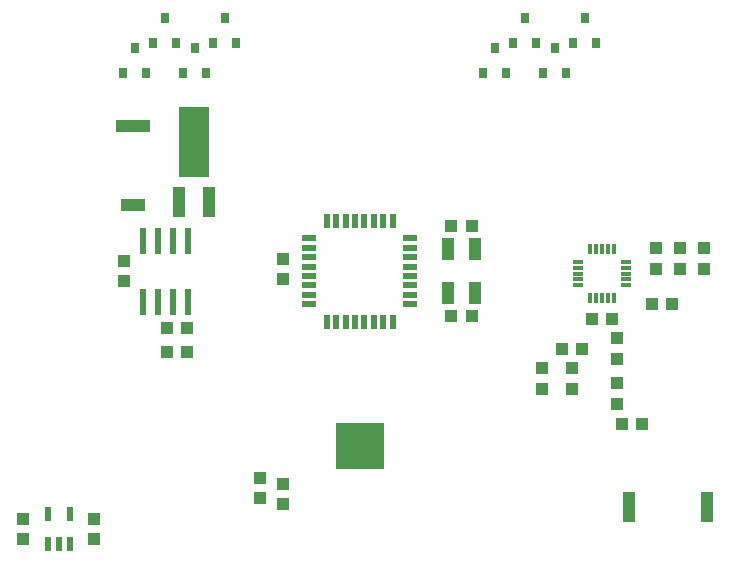
<source format=gtp>
G75*
G70*
%OFA0B0*%
%FSLAX24Y24*%
%IPPOS*%
%LPD*%
%AMOC8*
5,1,8,0,0,1.08239X$1,22.5*
%
%ADD10R,0.1614X0.1535*%
%ADD11R,0.0118X0.0374*%
%ADD12R,0.0374X0.0118*%
%ADD13R,0.0118X0.0039*%
%ADD14R,0.0500X0.0220*%
%ADD15R,0.0220X0.0500*%
%ADD16R,0.0236X0.0866*%
%ADD17R,0.0787X0.0394*%
%ADD18R,0.1181X0.0433*%
%ADD19R,0.0394X0.0984*%
%ADD20R,0.0984X0.2362*%
%ADD21R,0.0315X0.0354*%
%ADD22R,0.0394X0.0433*%
%ADD23R,0.0433X0.0748*%
%ADD24R,0.0433X0.0394*%
%ADD25R,0.0400X0.1000*%
%ADD26R,0.0217X0.0472*%
D10*
X012500Y008791D03*
D11*
X020181Y013748D03*
X020378Y013748D03*
X020575Y013748D03*
X020772Y013748D03*
X020969Y013748D03*
X020969Y015362D03*
X020772Y015362D03*
X020575Y015362D03*
X020378Y015362D03*
X020181Y015362D03*
D12*
X019768Y014949D03*
X019768Y014752D03*
X019768Y014555D03*
X019768Y014358D03*
X019768Y014161D03*
X021382Y014161D03*
X021382Y014358D03*
X021382Y014555D03*
X021382Y014752D03*
X021382Y014949D03*
D13*
X020870Y014850D03*
X020870Y014732D03*
X020870Y014614D03*
X020870Y014496D03*
X020870Y014378D03*
X020870Y014260D03*
X020673Y014260D03*
X020673Y014378D03*
X020673Y014496D03*
X020673Y014614D03*
X020673Y014732D03*
X020673Y014850D03*
X020476Y014850D03*
X020476Y014732D03*
X020476Y014614D03*
X020476Y014496D03*
X020476Y014378D03*
X020476Y014260D03*
X020280Y014260D03*
X020280Y014378D03*
X020280Y014496D03*
X020280Y014614D03*
X020280Y014732D03*
X020280Y014850D03*
D14*
X014190Y014787D03*
X014190Y014473D03*
X014190Y014158D03*
X014190Y013843D03*
X014190Y013528D03*
X014190Y015102D03*
X014190Y015417D03*
X014190Y015732D03*
X010810Y015732D03*
X010810Y015417D03*
X010810Y015102D03*
X010810Y014787D03*
X010810Y014473D03*
X010810Y014158D03*
X010810Y013843D03*
X010810Y013528D03*
D15*
X011398Y012940D03*
X011713Y012940D03*
X012028Y012940D03*
X012343Y012940D03*
X012657Y012940D03*
X012972Y012940D03*
X013287Y012940D03*
X013602Y012940D03*
X013602Y016320D03*
X013287Y016320D03*
X012972Y016320D03*
X012657Y016320D03*
X012343Y016320D03*
X012028Y016320D03*
X011713Y016320D03*
X011398Y016320D03*
D16*
X006762Y015654D03*
X006262Y015654D03*
X005762Y015654D03*
X005262Y015654D03*
X005262Y013606D03*
X005762Y013606D03*
X006262Y013606D03*
X006762Y013606D03*
D17*
X004929Y016831D03*
D18*
X004929Y019469D03*
D19*
X006476Y016945D03*
X007476Y016945D03*
D20*
X006976Y018945D03*
D21*
X006626Y021236D03*
X007374Y021236D03*
X007000Y022063D03*
X007626Y022236D03*
X008374Y022236D03*
X008000Y023063D03*
X006374Y022236D03*
X005626Y022236D03*
X005000Y022063D03*
X004626Y021236D03*
X005374Y021236D03*
X006000Y023063D03*
X016626Y021236D03*
X017374Y021236D03*
X017000Y022063D03*
X017626Y022236D03*
X018374Y022236D03*
X019000Y022063D03*
X019626Y022236D03*
X020374Y022236D03*
X020000Y023063D03*
X019374Y021236D03*
X018626Y021236D03*
X018000Y023063D03*
D22*
X022370Y015390D03*
X022370Y014721D03*
X023173Y014721D03*
X023173Y015390D03*
X023976Y015390D03*
X023976Y014721D03*
X021075Y012390D03*
X021075Y011721D03*
X021075Y010890D03*
X021075Y010221D03*
X019575Y010721D03*
X019575Y011390D03*
X018575Y011390D03*
X018575Y010721D03*
X009949Y007551D03*
X009949Y006882D03*
X009161Y007079D03*
X009161Y007748D03*
X003650Y006370D03*
X003650Y005701D03*
X001287Y005701D03*
X001287Y006370D03*
X004634Y014295D03*
X004634Y014965D03*
X009949Y015032D03*
X009949Y014362D03*
D23*
X015441Y013902D03*
X016346Y013902D03*
X016346Y015358D03*
X015441Y015358D03*
D24*
X015559Y016130D03*
X016228Y016130D03*
X016228Y013130D03*
X015559Y013130D03*
X019240Y012055D03*
X019909Y012055D03*
X020240Y013055D03*
X020909Y013055D03*
X022240Y013555D03*
X022909Y013555D03*
X021909Y009555D03*
X021240Y009555D03*
X006740Y011941D03*
X006071Y011941D03*
X006071Y012728D03*
X006740Y012728D03*
D25*
X021483Y006772D03*
X024083Y006772D03*
D26*
X002094Y005524D03*
X002469Y005524D03*
X002843Y005524D03*
X002843Y006547D03*
X002094Y006547D03*
M02*

</source>
